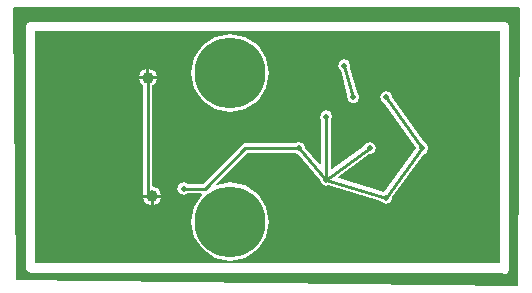
<source format=gbl>
%FSLAX23Y23*%
%MOIN*%
G70*
G01*
G75*
G04 Layer_Physical_Order=2*
G04 Layer_Color=16711680*
%ADD10R,0.035X0.031*%
%ADD11R,0.118X0.059*%
%ADD12R,0.118X0.039*%
%ADD13C,0.010*%
%ADD14C,0.236*%
%ADD15C,0.039*%
%ADD16C,0.020*%
G36*
X1630Y866D02*
X1625Y-56D01*
X1621Y-60D01*
X-50Y-40D01*
X-60Y866D01*
X-56Y870D01*
X1626D01*
X1630Y866D01*
D02*
G37*
%LPC*%
G36*
X1580Y821D02*
X1580Y821D01*
X1580Y821D01*
X0D01*
X-11Y816D01*
X-16Y805D01*
Y0D01*
X-11Y-11D01*
X0Y-16D01*
X1568D01*
X1569Y-16D01*
X1580Y-21D01*
X1591Y-16D01*
X1596Y-5D01*
Y805D01*
X1591Y816D01*
X1580Y821D01*
D02*
G37*
%LPD*%
G36*
X1564Y16D02*
X16D01*
Y789D01*
X1564D01*
Y16D01*
D02*
G37*
%LPC*%
G36*
X420Y630D02*
X360D01*
X367Y612D01*
X374Y610D01*
Y255D01*
X374Y255D01*
X374Y255D01*
X376Y249D01*
X376Y249D01*
X375Y245D01*
X435D01*
X428Y263D01*
X406Y272D01*
Y610D01*
X413Y612D01*
X420Y630D01*
D02*
G37*
G36*
X435Y235D02*
X410D01*
Y210D01*
X428Y217D01*
X435Y235D01*
D02*
G37*
G36*
X400D02*
X375D01*
X382Y217D01*
X400Y210D01*
Y235D01*
D02*
G37*
G36*
X385Y665D02*
X367Y658D01*
X360Y640D01*
X385D01*
Y665D01*
D02*
G37*
G36*
X395D02*
Y640D01*
X420D01*
X413Y658D01*
X395Y665D01*
D02*
G37*
G36*
X1045Y696D02*
X1030Y690D01*
X1024Y675D01*
X1030Y660D01*
X1033Y659D01*
X1056Y577D01*
X1054Y570D01*
X1060Y555D01*
X1075Y549D01*
X1090Y555D01*
X1096Y570D01*
X1090Y585D01*
X1087Y586D01*
X1064Y668D01*
X1066Y675D01*
X1060Y690D01*
X1045Y696D01*
D02*
G37*
G36*
X1185Y591D02*
X1170Y585D01*
X1164Y570D01*
X1170Y555D01*
X1178Y551D01*
X1284Y401D01*
X1284Y400D01*
X1284Y399D01*
X1179Y254D01*
X1027Y299D01*
X1026Y304D01*
X1129Y379D01*
X1130Y379D01*
X1145Y385D01*
X1151Y400D01*
X1145Y415D01*
X1130Y421D01*
X1115Y415D01*
X1111Y406D01*
X1006Y330D01*
X1001Y332D01*
Y492D01*
X1006Y505D01*
X1000Y520D01*
X985Y526D01*
X970Y520D01*
X964Y505D01*
X969Y492D01*
Y346D01*
X964Y344D01*
X916Y400D01*
X916Y400D01*
X910Y415D01*
X895Y421D01*
X882Y416D01*
X715D01*
X704Y411D01*
X573Y281D01*
X523D01*
X510Y286D01*
X495Y280D01*
X489Y265D01*
X495Y250D01*
X510Y244D01*
X523Y249D01*
X568D01*
X571Y244D01*
X544Y205D01*
X534Y155D01*
X544Y105D01*
X573Y63D01*
X615Y34D01*
X665Y24D01*
X715Y34D01*
X757Y63D01*
X786Y105D01*
X796Y155D01*
X786Y205D01*
X757Y247D01*
X715Y276D01*
X665Y286D01*
X622Y277D01*
X619Y281D01*
X722Y384D01*
X882D01*
X890Y380D01*
X964Y295D01*
X964Y295D01*
X970Y280D01*
X985Y274D01*
X991Y276D01*
X1168Y223D01*
X1170Y220D01*
X1185Y214D01*
X1200Y220D01*
X1206Y235D01*
X1206Y236D01*
X1311Y381D01*
X1320Y385D01*
X1326Y400D01*
X1320Y415D01*
X1312Y419D01*
X1206Y569D01*
X1206Y570D01*
X1200Y585D01*
X1185Y591D01*
D02*
G37*
G36*
X665Y781D02*
X615Y771D01*
X573Y742D01*
X544Y700D01*
X534Y650D01*
X544Y600D01*
X573Y558D01*
X615Y529D01*
X665Y519D01*
X715Y529D01*
X757Y558D01*
X786Y600D01*
X796Y650D01*
X786Y700D01*
X757Y742D01*
X715Y771D01*
X665Y781D01*
D02*
G37*
%LPD*%
D13*
X1045Y675D02*
X1075Y570D01*
X985Y295D02*
Y505D01*
Y295D02*
X1130Y400D01*
X1185Y570D02*
X1305Y400D01*
X1185Y235D02*
X1305Y400D01*
X985Y295D02*
X1185Y235D01*
X895Y400D02*
X985Y295D01*
X715Y400D02*
X895D01*
X580Y265D02*
X715Y400D01*
X510Y265D02*
X580D01*
X390Y255D02*
X405Y240D01*
X390Y255D02*
Y635D01*
D14*
X665Y155D02*
D03*
Y650D02*
D03*
D15*
X754Y155D02*
D03*
X728Y92D02*
D03*
X665Y66D02*
D03*
X602Y92D02*
D03*
X576Y155D02*
D03*
X665Y244D02*
D03*
X728Y218D02*
D03*
X602D02*
D03*
Y713D02*
D03*
X728D02*
D03*
X665Y739D02*
D03*
X576Y650D02*
D03*
X602Y587D02*
D03*
X665Y561D02*
D03*
X728Y587D02*
D03*
X754Y650D02*
D03*
X390Y635D02*
D03*
X405Y240D02*
D03*
D16*
X510Y265D02*
D03*
X1045Y675D02*
D03*
X1075Y570D02*
D03*
X1185D02*
D03*
X1305Y400D02*
D03*
X1130D02*
D03*
X1185Y235D02*
D03*
X985Y295D02*
D03*
Y505D02*
D03*
X895Y400D02*
D03*
M02*

</source>
